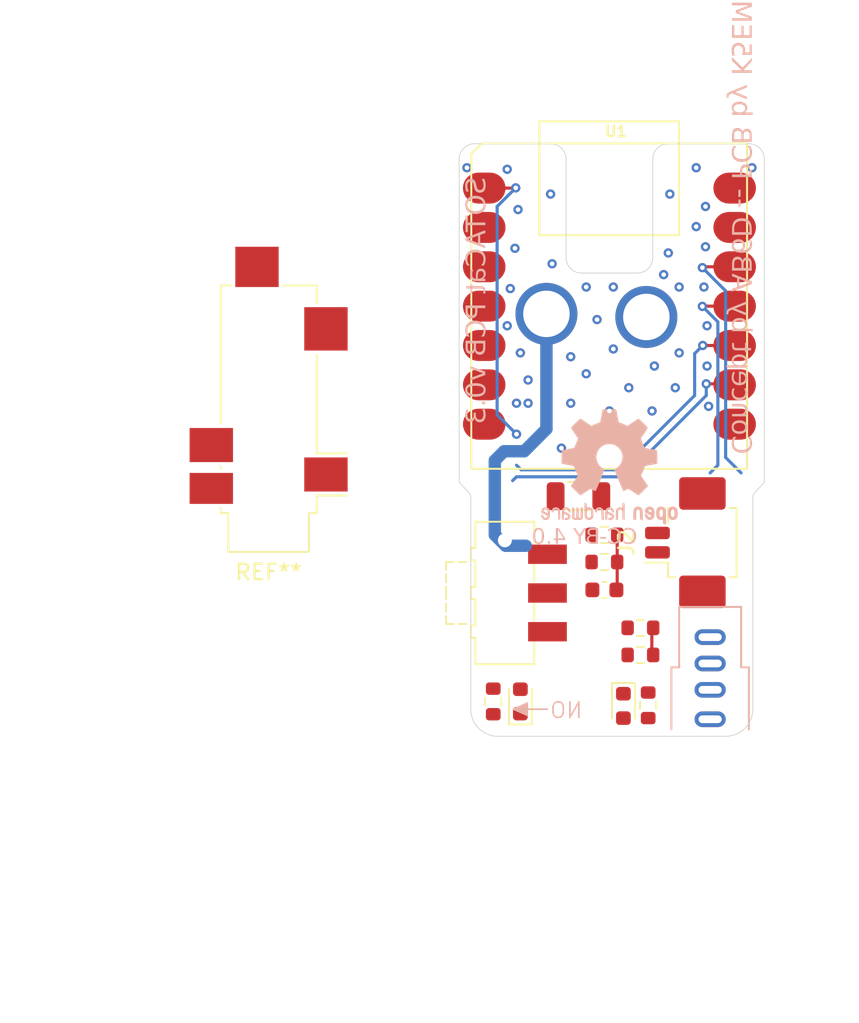
<source format=kicad_pcb>
(kicad_pcb (version 20240108) (generator "pcbnew") (generator_version "8.0")
  (layers (0 "F.Cu" signal) (31 "B.Cu" signal) (34 "B.Paste" user) (35 "F.Paste" user) (36 "B.SilkS" user "B.Silkscreen") (37 "F.SilkS" user "F.Silkscreen") (38 "B.Mask" user) (39 "F.Mask" user) (44 "Edge.Cuts" user))
  (net 0 "")
  (net 1 "Net-(D1-K)")
  (net 2 "3V3")
  (net 3 "Net-(D2-K)")
  (net 4 "/TIP")
  (net 5 "GND")
  (net 6 "/LED_AMB_AN")
  (net 7 "/RING1")
  (net 8 "VBAT")
  (net 9 "Net-(U1-PA02_A0_D0)")
  (net 10 "Net-(U1-PB09_A7_D7_RX)")
  (net 11 "/TXD")
  (net 12 "/nLED_BLU")
  (net 18 "5V")
  (net 20 "/VBAT_RAW")
  (net 21 "/nLED_AMB_CAT")
  (footprint "Resistor_SMD:R_0603_1608Metric" (layer "F.Cu") (at 134.675 91.25 180)
    (property "Reference" "R2" (hide yes))
    (property "Value" "200k")
    (pad "1" smd roundrect (at -0.825 0 180) (size 0.8 0.95) (layers "F.Cu" "F.Paste" "F.Mask") (net 9 "Net-(U1-PA02_A0_D0)"))
    (pad "2" smd roundrect (at 0.825 0 180) (size 0.8 0.95) (layers "F.Cu" "F.Paste" "F.Mask") (net 5 "GND"))
  )
  (footprint "Resistor_SMD:R_0603_1608Metric" (layer "F.Cu") (at 134.675 89.5)
    (property "Reference" "R1" (hide yes))
    (property "Value" "200k")
    (pad "1" smd roundrect (at -0.825 0) (size 0.8 0.95) (layers "F.Cu" "F.Paste" "F.Mask") (net 8 "VBAT"))
    (pad "2" smd roundrect (at 0.825 0) (size 0.8 0.95) (layers "F.Cu" "F.Paste" "F.Mask") (net 9 "Net-(U1-PA02_A0_D0)"))
  )
  (footprint "LED_SMD:LED_0603_1608Metric" (layer "F.Cu") (at 135.9 100.54 -90)
    (property "Reference" "D2" (hide yes))
    (property "Value" "BLUE")
    (pad "1" smd roundrect (at -0.7875 0 270) (size 0.875 0.95) (layers "F.Cu" "F.Paste" "F.Mask") (net 3 "Net-(D2-K)"))
    (pad "2" smd roundrect (at 0.7875 0 270) (size 0.875 0.95) (layers "F.Cu" "F.Paste" "F.Mask") (net 2 "3V3"))
  )
  (footprint "Capacitor_SMD:C_1206_3216Metric" (layer "F.Cu") (at 133 87)
    (property "Reference" "C1" (hide yes))
    (property "Value" "22uF")
    (pad "1" smd roundrect (at -1.475 0) (size 1.15 1.8) (layers "F.Cu" "F.Paste" "F.Mask") (roundrect_rratio 0.2173913043) (net 8 "VBAT"))
    (pad "2" smd roundrect (at 1.475 0) (size 1.15 1.8) (layers "F.Cu" "F.Paste" "F.Mask") (roundrect_rratio 0.2173913043) (net 5 "GND"))
  )
  (footprint "Resistor_SMD:R_0603_1608Metric" (layer "F.Cu") (at 127.5 100.25 90)
    (property "Reference" "R6" (hide yes))
    (property "Value" "130")
    (pad "1" smd roundrect (at -0.825 0 90) (size 0.8 0.95) (layers "F.Cu" "F.Paste" "F.Mask") (net 1 "Net-(D1-K)"))
    (pad "2" smd roundrect (at 0.825 0 90) (size 0.8 0.95) (layers "F.Cu" "F.Paste" "F.Mask") (net 21 "/nLED_AMB_CAT"))
  )
  (footprint "Connector_Molex:Molex_PicoBlade_53261-0271_1x02-1MP_P1.25mm_Horizontal" (layer "F.Cu") (at 140.5 90 90)
    (property "Reference" "J2" (at 0 -4.4 -90) (layer "F.SilkS"))
    (property "Value" "JST-SH")
    (pad "1" smd roundrect (at -0.625 -2.4 90) (size 0.8 1.6) (layers "F.Cu" "F.Paste" "F.Mask") (net 5 "GND"))
    (pad "2" smd roundrect (at 0.625 -2.4 90) (size 0.8 1.6) (layers "F.Cu" "F.Paste" "F.Mask") (net 20 "/VBAT_RAW"))
    (pad "MP" smd roundrect (at -3.175 0.5 90) (size 2.1 3) (layers "F.Cu" "F.Paste" "F.Mask") (roundrect_rratio 0.119048))
    (pad "MP" smd roundrect (at 3.175 0.5 90) (size 2.1 3) (layers "F.Cu" "F.Paste" "F.Mask") (roundrect_rratio 0.119048))
  )
  (footprint "Resistor_SMD:R_0603_1608Metric" (layer "F.Cu") (at 137 97.25 180)
    (property "Reference" "R4" (hide yes))
    (property "Value" "3.6k")
    (pad "1" smd roundrect (at -0.825 0 180) (size 0.8 0.95) (layers "F.Cu" "F.Paste" "F.Mask") (net 10 "Net-(U1-PB09_A7_D7_RX)"))
    (pad "2" smd roundrect (at 0.825 0 180) (size 0.8 0.95) (layers "F.Cu" "F.Paste" "F.Mask") (net 5 "GND"))
  )
  (footprint "Resistor_SMD:R_0603_1608Metric" (layer "F.Cu") (at 137 95.5)
    (property "Reference" "R3" (hide yes))
    (property "Value" "5.1k")
    (pad "1" smd roundrect (at -0.825 0) (size 0.8 0.95) (layers "F.Cu" "F.Paste" "F.Mask") (net 7 "/RING1"))
    (pad "2" smd roundrect (at 0.825 0) (size 0.8 0.95) (layers "F.Cu" "F.Paste" "F.Mask") (net 10 "Net-(U1-PB09_A7_D7_RX)"))
  )
  (footprint "Capacitor_SMD:C_0603_1608Metric" (layer "F.Cu") (at 134.675 93.05 180)
    (property "Reference" "C2" (hide yes))
    (property "Value" "0.1uF")
    (pad "1" smd roundrect (at -0.775 0 180) (size 0.9 0.95) (layers "F.Cu" "F.Paste" "F.Mask") (net 9 "Net-(U1-PA02_A0_D0)"))
    (pad "2" smd roundrect (at 0.775 0 180) (size 0.9 0.95) (layers "F.Cu" "F.Paste" "F.Mask") (net 5 "GND"))
  )
  (footprint "LED_SMD:LED_0603_1608Metric" (layer "F.Cu") (at 129.25 100.25 90)
    (property "Reference" "D1" (hide yes))
    (property "Value" "AMBER")
    (pad "1" smd roundrect (at -0.7875 0 90) (size 0.875 0.95) (layers "F.Cu" "F.Paste" "F.Mask") (net 1 "Net-(D1-K)"))
    (pad "2" smd roundrect (at 0.7875 0 90) (size 0.875 0.95) (layers "F.Cu" "F.Paste" "F.Mask") (net 6 "/LED_AMB_AN"))
  )
  (footprint "xiao ESP32C3_PCB:MOUDLE14P-SMD-2.54-21X17.8MM-VBAT" (layer "F.Cu") (at 126.0825 85.2335)
    (property "Reference" "U1" (at 9.3345 -21.7805 0) (layer "F.SilkS") (effects (font (size 0.7 0.7))))
    (property "Value" "MOUDLE-SEEEDUINO-XIAO-ESP32C3")
    (pad "1" smd roundrect (at 0.835 -18.12) (size 2.75 2) (layers "F.Cu" "F.Paste" "F.Mask") (roundrect_rratio 0.5) (net 9 "Net-(U1-PA02_A0_D0)"))
    (pad "2" smd roundrect (at 0.835 -15.58) (size 2.75 2) (layers "F.Cu" "F.Paste" "F.Mask") (roundrect_rratio 0.5))
    (pad "3" smd roundrect (at 0.835 -13.04) (size 2.75 2) (layers "F.Cu" "F.Paste" "F.Mask") (roundrect_rratio 0.5))
    (pad "4" smd roundrect (at 0.835 -10.5) (size 2.75 2) (layers "F.Cu" "F.Paste" "F.Mask") (roundrect_rratio 0.5))
    (pad "5" smd roundrect (at 0.835 -7.96) (size 2.75 2) (layers "F.Cu" "F.Paste" "F.Mask") (roundrect_rratio 0.5))
    (pad "6" smd roundrect (at 0.835 -5.42) (size 2.75 2) (layers "F.Cu" "F.Paste" "F.Mask") (roundrect_rratio 0.5))
    (pad "7" smd roundrect (at 0.835 -2.88) (size 2.75 2) (layers "F.Cu" "F.Paste" "F.Mask") (roundrect_rratio 0.5) (net 11 "/TXD"))
    (pad "8" smd roundrect (at 17 -2.88) (size 2.75 2) (layers "F.Cu" "F.Paste" "F.Mask") (roundrect_rratio 0.5) (net 10 "Net-(U1-PB09_A7_D7_RX)"))
    (pad "9" smd roundrect (at 17 -5.42) (size 2.75 2) (layers "F.Cu" "F.Paste" "F.Mask") (roundrect_rratio 0.5) (net 21 "/nLED_AMB_CAT"))
    (pad "10" smd roundrect (at 17 -7.96) (size 2.75 2) (layers "F.Cu" "F.Paste" "F.Mask") (roundrect_rratio 0.5) (net 6 "/LED_AMB_AN"))
    (pad "11" smd roundrect (at 17 -10.5) (size 2.75 2) (layers "F.Cu" "F.Paste" "F.Mask") (roundrect_rratio 0.5) (net 12 "/nLED_BLU"))
    (pad "12" smd roundrect (at 17 -13.04) (size 2.75 2) (layers "F.Cu" "F.Paste" "F.Mask") (roundrect_rratio 0.5) (net 2 "3V3"))
    (pad "13" thru_hole circle (at 11.3 -9.8) (size 4 4) (drill 3) (layers "*.Cu" "*.Mask") (net 5 "GND"))
    (pad "13" smd roundrect (at 17 -15.58) (size 2.75 2) (layers "F.Cu" "F.Paste" "F.Mask") (roundrect_rratio 0.5) (net 5 "GND"))
    (pad "14" smd roundrect (at 17 -18.12) (size 2.75 2) (layers "F.Cu" "F.Paste" "F.Mask") (roundrect_rratio 0.5) (net 18 "5V"))
    (pad "15" thru_hole circle (at 4.85 -10) (size 4 4) (drill 3) (layers "*.Cu" "*.Mask") (net 8 "VBAT"))
  )
  (footprint "Connector_Audio:Jack_3.5mm_CUI_SJ2-3593D-SMT_Horizontal" (layer "F.Cu") (at 113 82 180)
    (property "Reference" "REF**" (at 0 -9.9 180) (layer "F.SilkS"))
    (property "Value" "Jack_3.5mm_CUI_SJ2-3593D-SMT_Horizontal")
    (pad "" np_thru_hole circle (at 0 -2.5 180) (size 1.7 1.7) (drill 1.7) (layers "*.Cu" "*.Mask"))
    (pad "" np_thru_hole circle (at 0 4.5 180) (size 1.7 1.7) (drill 1.7) (layers "*.Cu" "*.Mask"))
    (pad "R" smd rect (at 3.7 -1.7 180) (size 2.8 2.2) (layers "F.Cu" "F.Paste" "F.Mask"))
    (pad "RN" smd rect (at 3.7 -4.5 180) (size 2.8 2) (layers "F.Cu" "F.Paste" "F.Mask"))
    (pad "S" smd rect (at -3.7 -3.6 180) (size 2.8 2.2) (layers "F.Cu" "F.Paste" "F.Mask"))
    (pad "T" smd rect (at -3.7 5.8 180) (size 2.8 2.8) (layers "F.Cu" "F.Paste" "F.Mask"))
    (pad "TN" smd rect (at 0.75 9.8 180) (size 2.8 2.6) (layers "F.Cu" "F.Paste" "F.Mask"))
  )
  (footprint "Resistor_SMD:R_0603_1608Metric" (layer "F.Cu") (at 137.5 100.5 -90)
    (property "Reference" "R7" (hide yes))
    (property "Value" "10")
    (pad "1" smd roundrect (at -0.825 0 270) (size 0.8 0.95) (layers "F.Cu" "F.Paste" "F.Mask") (net 3 "Net-(D2-K)"))
    (pad "2" smd roundrect (at 0.825 0 270) (size 0.8 0.95) (layers "F.Cu" "F.Paste" "F.Mask") (net 12 "/nLED_BLU"))
  )
  (footprint "Button_Switch_SMD:SW_SPDT_CK-JS102011SAQN" (layer "F.Cu") (at 128.25 93.25 -90)
    (property "Reference" "SW1" (hide yes))
    (property "Value" "SW_SPDT")
    (pad "" np_thru_hole circle (at -3.4 0 270) (size 0.9 0.9) (drill 0.9) (layers "*.Cu" "*.Mask"))
    (pad "" np_thru_hole circle (at 3.4 0 270) (size 0.9 0.9) (drill 0.9) (layers "*.Cu" "*.Mask"))
    (pad "1" smd rect (at -2.5 -2.75 270) (size 1.25 2.5) (layers "F.Cu" "F.Paste" "F.Mask") (net 8 "VBAT"))
    (pad "2" smd rect (at 0 -2.75 270) (size 1.25 2.5) (layers "F.Cu" "F.Paste" "F.Mask") (net 20 "/VBAT_RAW"))
    (pad "3" smd rect (at 2.5 -2.75 270) (size 1.25 2.5) (layers "F.Cu" "F.Paste" "F.Mask"))
  )
  (footprint "Symbol:OSHW-Logo2_9.8x8mm_SilkScreen" (layer "B.Cu") (at 135 85.1 180)
    (property "Reference" "REF**" (hide yes))
    (property "Value" "OSHW-Logo2_9.8x8mm_SilkScreen" (hide yes))
  )
  (footprint "TENSITY-AUDIO:TENSILITY_54-00035" (layer "B.Cu") (at 141.5 101.4 180)
    (property "Reference" "J1" (hide yes))
    (property "Value" "54-00035")
    (pad "R1" thru_hole oval (at 0 3.6 180) (size 2.016 1.008) (drill oval 1.5 0.5) (layers "*.Cu" "*.Mask") (net 7 "/RING1"))
    (pad "R2" thru_hole oval (at 0 1.9 180) (size 2.016 1.008) (drill oval 1.5 0.5) (layers "*.Cu" "*.Mask"))
    (pad "S" thru_hole oval (at 0 0 180) (size 2.016 1.008) (drill oval 1.5 0.5) (layers "*.Cu" "*.Mask") (net 5 "GND"))
    (pad "T" thru_hole oval (at 0 5.3 180) (size 2.016 1.008) (drill oval 1.5 0.5) (layers "*.Cu" "*.Mask") (net 4 "/TIP"))
  )
  (gr_poly (pts (xy 128.8 100.75) (xy 129.7 101.15) (xy 129.7 100.35)) (stroke (width 0.1)) (fill solid) (layer "B.SilkS"))
  (gr_line (start 131 100.75) (end 128.8 100.75) (stroke (width 0.1)) (layer "B.SilkS"))
  (gr_line (start 132.2 71.6) (end 132.200001 65.249999) (stroke (width 0.05)) (layer "Edge.Cuts"))
  (gr_line (start 131.200001 64.249999) (end 126.3 64.25) (stroke (width 0.05)) (layer "Edge.Cuts"))
  (gr_line (start 127.800006 102.49976) (end 128.1497 102.49976) (stroke (width 0.05)) (layer "Edge.Cuts"))
  (gr_line (start 145.001776 86.103793) (end 144.398223 86.75024) (stroke (width 0.05)) (layer "Edge.Cuts"))
  (gr_line (start 133.2 72.6) (end 136.8 72.6) (stroke (width 0.05)) (layer "Edge.Cuts"))
  (gr_line (start 128.1497 102.49976) (end 142.50189 102.5) (stroke (width 0.05)) (layer "Edge.Cuts"))
  (gr_line (start 144 64.25) (end 138.799999 64.249999) (stroke (width 0.05)) (layer "Edge.Cuts"))
  (gr_line (start 125.3 65.25) (end 125.30012 86.103553) (stroke (width 0.05)) (layer "Edge.Cuts"))
  (gr_line (start 125.30012 86.103553) (end 125.903673 86.75) (stroke (width 0.05)) (layer "Edge.Cuts"))
  (gr_arc (start 144 64.25) (mid 144.707107 64.542893) (end 145 65.25) (stroke (width 0.05)) (layer "Edge.Cuts"))
  (gr_line (start 145 65.25) (end 145.001776 86.103793) (stroke (width 0.05)) (layer "Edge.Cuts"))
  (gr_line (start 126.05012 87.103553) (end 126.050005 100.74976) (stroke (width 0.05)) (layer "Edge.Cuts"))
  (gr_arc (start 137.8 71.6) (mid 137.507107 72.307107) (end 136.8 72.6) (stroke (width 0.05)) (layer "Edge.Cuts"))
  (gr_arc (start 125.903673 86.75) (mid 126.012071 86.912207) (end 126.05012 87.103553) (stroke (width 0.05)) (layer "Edge.Cuts"))
  (gr_arc (start 144.251776 87.103793) (mid 144.289825 86.912447) (end 144.398223 86.75024) (stroke (width 0.05)) (layer "Edge.Cuts"))
  (gr_arc (start 137.799999 65.249999) (mid 138.092893 64.542893) (end 138.799999 64.249999) (stroke (width 0.05)) (layer "Edge.Cuts"))
  (gr_arc (start 133.2 72.6) (mid 132.492893 72.307107) (end 132.2 71.6) (stroke (width 0.05)) (layer "Edge.Cuts"))
  (gr_line (start 144.251776 87.103793) (end 144.251891 100.75) (stroke (width 0.05)) (layer "Edge.Cuts"))
  (gr_arc (start 125.3 65.25) (mid 125.592894 64.542896) (end 126.3 64.25) (stroke (width 0.05)) (layer "Edge.Cuts"))
  (gr_arc (start 144.251891 100.75) (mid 143.73933 101.98744) (end 142.50189 102.5) (stroke (width 0.05)) (layer "Edge.Cuts"))
  (gr_arc (start 127.800006 102.49976) (mid 126.562565 101.987199) (end 126.050005 100.74976) (stroke (width 0.05)) (layer "Edge.Cuts"))
  (gr_line (start 137.799999 65.249999) (end 137.8 71.6) (stroke (width 0.05)) (layer "Edge.Cuts"))
  (gr_arc (start 131.200001 64.249999) (mid 131.907107 64.542893) (end 132.200001 65.249999) (stroke (width 0.05)) (layer "Edge.Cuts"))
  (gr_text "CC-BY 4.0" (at 136.8 90.25 0) (layer "B.SilkS") (effects (font (size 1 1) (thickness 0.1)) (justify left bottom mirror)))
  (gr_text "\nON" (at 131.1 100.15 180) (layer "B.SilkS") (effects (font (size 1 1) (thickness 0.1)) (justify left bottom mirror)))
  (gr_text "Concept by AB6D -- PCB by K5EM" (at 142.7 84.3 270) (layer "B.SilkS") (effects (font (size 1.25 1.25) (thickness 0.1)) (justify left bottom mirror)))
  (gr_text "SOTACat PCB v0.3" (at 127.2 66.4 90) (layer "B.SilkS") (effects (font (size 1.25 1.25) (thickness 0.1)) (justify left bottom mirror)))
  (segment (start 143.0825 72.1935) (end 141.0565 72.1935) (width 0.2) (layer "F.Cu") (net 2))
  (segment (start 141.0565 72.1935) (end 141 72.25) (width 0.2) (layer "F.Cu") (net 2))
  (via (at 141 72.25) (size 0.6) (drill 0.3) (layers "F.Cu" "B.Cu") (net 2))
  (segment (start 142.5 84.5) (end 143.5 85.5) (width 0.2) (layer "B.Cu") (net 2))
  (segment (start 141 72.25) (end 142.5 73.75) (width 0.2) (layer "B.Cu") (net 2))
  (segment (start 142.5 73.75) (end 142.5 84.5) (width 0.2) (layer "B.Cu") (net 2))
  (via (at 128.9 71) (size 0.6) (drill 0.3) (layers "F.Cu" "B.Cu") (net 5))
  (via (at 141.3 78.6) (size 0.6) (drill 0.3) (layers "F.Cu" "B.Cu") (net 5))
  (via (at 129.75 81) (size 0.6) (drill 0.3) (layers "F.Cu" "B.Cu") (net 5))
  (via (at 135 81.5) (size 0.6) (drill 0.3) (layers "F.Cu" "B.Cu") (net 5))
  (via (at 132.5 78) (size 0.6) (drill 0.3) (layers "F.Cu" "B.Cu") (net 5))
  (via (at 131.9 83.9) (size 0.6) (drill 0.3) (layers "F.Cu" "B.Cu") (net 5))
  (via (at 141.1 73.5) (size 0.6) (drill 0.3) (layers "F.Cu" "B.Cu") (net 5))
  (via (at 137.9 78.6) (size 0.6) (drill 0.3) (layers "F.Cu" "B.Cu") (net 5))
  (via (at 128.4 76) (size 0.6) (drill 0.3) (layers "F.Cu" "B.Cu") (net 5))
  (via (at 129.25 77.75) (size 0.6) (drill 0.3) (layers "F.Cu" "B.Cu") (net 5))
  (via (at 135.25 77.5) (size 0.6) (drill 0.3) (layers "F.Cu" "B.Cu") (net 5))
  (via (at 129.1 68.5) (size 0.6) (drill 0.3) (layers "F.Cu" "B.Cu") (net 5))
  (via (at 141.3 76) (size 0.6) (drill 0.3) (layers "F.Cu" "B.Cu") (net 5))
  (via (at 141.4 81.2) (size 0.6) (drill 0.3) (layers "F.Cu" "B.Cu") (net 5))
  (via (at 138.8 71.3) (size 0.6) (drill 0.3) (layers "F.Cu" "B.Cu") (net 5))
  (via (at 138.5 72.7) (size 0.6) (drill 0.3) (layers "F.Cu" "B.Cu") (net 5))
  (via (at 129.75 79.5) (size 0.6) (drill 0.3) (layers "F.Cu" "B.Cu") (net 5))
  (via (at 137.75 81.5) (size 0.6) (drill 0.3) (layers "F.Cu" "B.Cu") (net 5))
  (via (at 138.9 67.5) (size 0.6) (drill 0.3) (layers "F.Cu" "B.Cu") (net 5))
  (via (at 132.5 81) (size 0.6) (drill 0.3) (layers "F.Cu" "B.Cu") (net 5))
  (via (at 133.5 73.5) (size 0.6) (drill 0.3) (layers "F.Cu" "B.Cu") (net 5))
  (via (at 135.25 73.5) (size 0.6) (drill 0.3) (layers "F.Cu" "B.Cu") (net 5))
  (via (at 140.6 65.8) (size 0.6) (drill 0.3) (layers "F.Cu" "B.Cu") (net 5))
  (via (at 133.5 79.1) (size 0.6) (drill 0.3) (layers "F.Cu" "B.Cu") (net 5))
  (via (at 140.6 69.6) (size 0.6) (drill 0.3) (layers "F.Cu" "B.Cu") (net 5))
  (via (at 139.5 77.75) (size 0.6) (drill 0.3) (layers "F.Cu" "B.Cu") (net 5))
  (via (at 141.2 70.9) (size 0.6) (drill 0.3) (layers "F.Cu" "B.Cu") (net 5))
  (via (at 136.25 80) (size 0.6) (drill 0.3) (layers "F.Cu" "B.Cu") (net 5))
  (via (at 131.2 67.5) (size 0.6) (drill 0.3) (layers "F.Cu" "B.Cu") (net 5))
  (via (at 128.4 65.9) (size 0.6) (drill 0.3) (layers "F.Cu" "B.Cu") (net 5))
  (via (at 134.2 75.6) (size 0.6) (drill 0.3) (layers "F.Cu" "B.Cu") (net 5))
  (via (at 128.6 73.6) (size 0.6) (drill 0.3) (layers "F.Cu" "B.Cu") (net 5))
  (via (at 139.25 80) (size 0.6) (drill 0.3) (layers "F.Cu" "B.Cu") (net 5))
  (via (at 129 81) (size 0.6) (drill 0.3) (layers "F.Cu" "B.Cu") (net 5))
  (via (at 139.5 73.5) (size 0.6) (drill 0.3) (layers "F.Cu" "B.Cu") (net 5))
  (via (at 141.2 68.3) (size 0.6) (drill 0.3) (layers "F.Cu" "B.Cu") (net 5))
  (via (at 144.2 65.8) (size 0.6) (drill 0.3) (layers "F.Cu" "B.Cu") (net 5))
  (via (at 131.3 72) (size 0.6) (drill 0.3) (layers "F.Cu" "B.Cu") (net 5))
  (via (at 125.8 65.8) (size 0.6) (drill 0.3) (layers "F.Cu" "B.Cu") (net 5))
  (segment (start 143.0825 77.2735) (end 141.0235 77.2735) (width 0.2) (layer "F.Cu") (net 6))
  (segment (start 141 77.25) (end 141.0235 77.2735) (width 0.2) (layer "F.Cu") (net 6))
  (via (at 141.0235 77.2735) (size 0.6) (drill 0.3) (layers "F.Cu" "B.Cu") (net 6))
  (segment (start 140.5 77.797) (end 141.0235 77.2735) (width 0.2) (layer "B.Cu") (net 6))
  (segment (start 135.7 85.3) (end 140.5 80.5) (width 0.2) (layer "B.Cu") (net 6))
  (segment (start 129 85) (end 129.3 85.3) (width 0.2) (layer "B.Cu") (net 6))
  (segment (start 140.5 80.5) (end 140.5 77.797) (width 0.2) (layer "B.Cu") (net 6))
  (segment (start 129.3 85.3) (end 135.7 85.3) (width 0.2) (layer "B.Cu") (net 6))
  (segment (start 130.9325 82.6675) (end 130.9325 75.2335) (width 0.8) (layer "B.Cu") (net 8))
  (segment (start 128.3 90.2) (end 127.6 89.5) (width 0.8) (layer "B.Cu") (net 8))
  (segment (start 128.2 84.1) (end 129.5 84.1) (width 0.8) (layer "B.Cu") (net 8))
  (segment (start 129.5 84.1) (end 130.9325 82.6675) (width 0.8) (layer "B.Cu") (net 8))
  (segment (start 127.6 89.5) (end 127.6 84.7) (width 0.8) (layer "B.Cu") (net 8))
  (segment (start 129.6 90.2) (end 128.3 90.2) (width 0.8) (layer "B.Cu") (net 8))
  (segment (start 127.6 84.7) (end 128.2 84.1) (width 0.8) (layer "B.Cu") (net 8))
  (segment (start 135.5 93) (end 135.45 93.05) (width 0.2) (layer "F.Cu") (net 9))
  (segment (start 135.5 91.25) (end 135.5 93) (width 0.2) (layer "F.Cu") (net 9))
  (segment (start 135.5 89.5) (end 135.5 91.25) (width 0.2) (layer "F.Cu") (net 9))
  (segment (start 128.9365 67.1135) (end 128.95 67.1) (width 0.2) (layer "F.Cu") (net 9))
  (segment (start 126.9175 67.1135) (end 128.9365 67.1135) (width 0.2) (layer "F.Cu") (net 9))
  (via (at 128.95 67.1) (size 0.6) (drill 0.3) (layers "F.Cu" "B.Cu") (net 9))
  (via (at 129 83) (size 0.6) (drill 0.3) (layers "F.Cu" "B.Cu") (net 9))
  (segment (start 127.75 81.75) (end 127.75 68.3) (width 0.2) (layer "B.Cu") (net 9))
  (segment (start 127.75 68.3) (end 128.95 67.1) (width 0.2) (layer "B.Cu") (net 9))
  (segment (start 129 83) (end 127.75 81.75) (width 0.2) (layer "B.Cu") (net 9))
  (segment (start 137.7375 95.5) (end 137.7375 97.25) (width 0.2) (layer "F.Cu") (net 10))
  (segment (start 141.0165 74.7335) (end 141 74.75) (width 0.2) (layer "F.Cu") (net 12))
  (segment (start 143.0825 74.7335) (end 141.0165 74.7335) (width 0.2) (layer "F.Cu") (net 12))
  (via (at 141 74.75) (size 0.6) (drill 0.3) (layers "F.Cu" "B.Cu") (net 12))
  (segment (start 142 85) (end 141.5 85.5) (width 0.2) (layer "B.Cu") (net 12))
  (segment (start 142 75.75) (end 142 85) (width 0.2) (layer "B.Cu") (net 12))
  (segment (start 141 74.75) (end 142 75.75) (width 0.2) (layer "B.Cu") (net 12))
  (segment (start 143.019 79.75) (end 143.0825 79.8135) (width 0.2) (layer "F.Cu") (net 21))
  (segment (start 141.25 79.75) (end 143.019 79.75) (width 0.2) (layer "F.Cu") (net 21))
  (via (at 141.25 79.75) (size 0.6) (drill 0.3) (layers "F.Cu" "B.Cu") (net 21))
  (segment (start 136 85.75) (end 141.25 80.5) (width 0.2) (layer "B.Cu") (net 21))
  (segment (start 129 85.75) (end 136 85.75) (width 0.2) (layer "B.Cu") (net 21))
  (segment (start 141.25 80.5) (end 141.25 79.75) (width 0.2) (layer "B.Cu") (net 21))
  (segment (start 128.75 86) (end 129 85.75) (width 0.2) (layer "B.Cu") (net 21))
)
</source>
